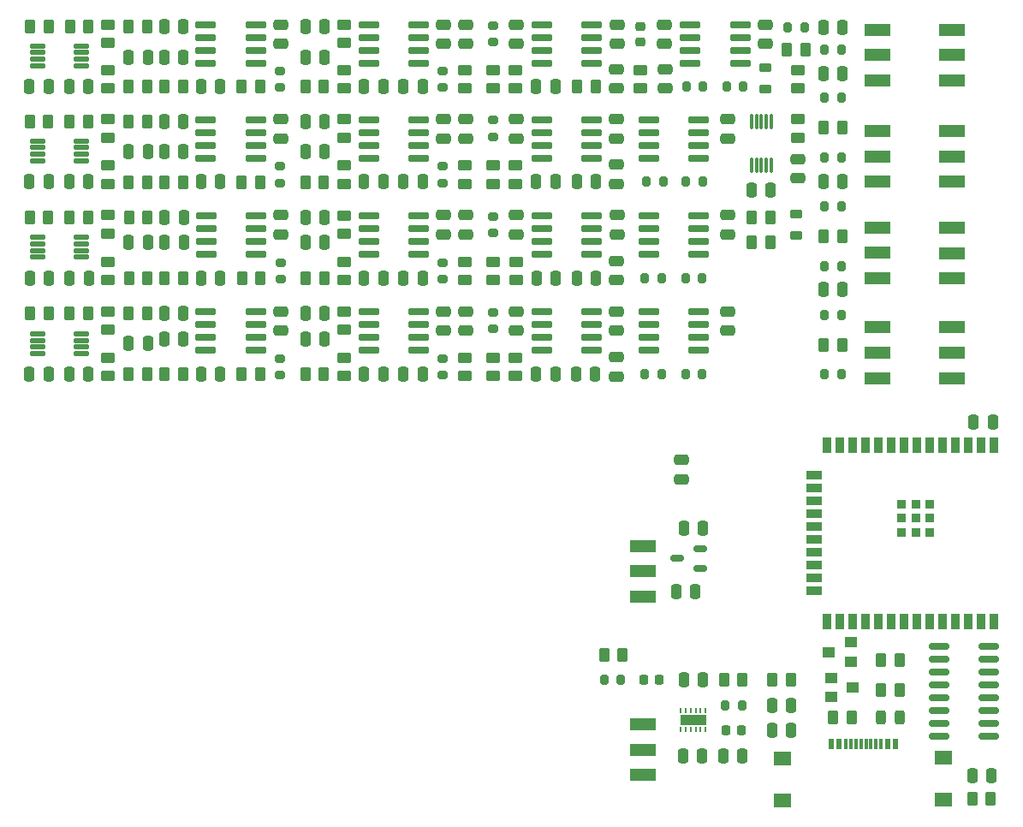
<source format=gbr>
%TF.GenerationSoftware,KiCad,Pcbnew,8.0.5*%
%TF.CreationDate,2025-03-07T14:34:27+01:00*%
%TF.ProjectId,eeg_4-channel_final,6565675f-342d-4636-9861-6e6e656c5f66,rev?*%
%TF.SameCoordinates,Original*%
%TF.FileFunction,Paste,Top*%
%TF.FilePolarity,Positive*%
%FSLAX46Y46*%
G04 Gerber Fmt 4.6, Leading zero omitted, Abs format (unit mm)*
G04 Created by KiCad (PCBNEW 8.0.5) date 2025-03-07 14:34:27*
%MOMM*%
%LPD*%
G01*
G04 APERTURE LIST*
G04 Aperture macros list*
%AMRoundRect*
0 Rectangle with rounded corners*
0 $1 Rounding radius*
0 $2 $3 $4 $5 $6 $7 $8 $9 X,Y pos of 4 corners*
0 Add a 4 corners polygon primitive as box body*
4,1,4,$2,$3,$4,$5,$6,$7,$8,$9,$2,$3,0*
0 Add four circle primitives for the rounded corners*
1,1,$1+$1,$2,$3*
1,1,$1+$1,$4,$5*
1,1,$1+$1,$6,$7*
1,1,$1+$1,$8,$9*
0 Add four rect primitives between the rounded corners*
20,1,$1+$1,$2,$3,$4,$5,0*
20,1,$1+$1,$4,$5,$6,$7,0*
20,1,$1+$1,$6,$7,$8,$9,0*
20,1,$1+$1,$8,$9,$2,$3,0*%
G04 Aperture macros list end*
%ADD10C,0.000000*%
%ADD11RoundRect,0.250000X-0.250000X-0.475000X0.250000X-0.475000X0.250000X0.475000X-0.250000X0.475000X0*%
%ADD12RoundRect,0.250000X0.250000X0.475000X-0.250000X0.475000X-0.250000X-0.475000X0.250000X-0.475000X0*%
%ADD13RoundRect,0.250000X0.450000X-0.262500X0.450000X0.262500X-0.450000X0.262500X-0.450000X-0.262500X0*%
%ADD14RoundRect,0.075000X-0.910000X-0.225000X0.910000X-0.225000X0.910000X0.225000X-0.910000X0.225000X0*%
%ADD15RoundRect,0.250000X0.475000X-0.250000X0.475000X0.250000X-0.475000X0.250000X-0.475000X-0.250000X0*%
%ADD16RoundRect,0.250000X-0.450000X0.262500X-0.450000X-0.262500X0.450000X-0.262500X0.450000X0.262500X0*%
%ADD17R,2.500000X1.200000*%
%ADD18RoundRect,0.250000X-0.262500X-0.450000X0.262500X-0.450000X0.262500X0.450000X-0.262500X0.450000X0*%
%ADD19RoundRect,0.250000X-0.475000X0.250000X-0.475000X-0.250000X0.475000X-0.250000X0.475000X0.250000X0*%
%ADD20RoundRect,0.200000X-0.200000X-0.275000X0.200000X-0.275000X0.200000X0.275000X-0.200000X0.275000X0*%
%ADD21RoundRect,0.200000X0.200000X0.275000X-0.200000X0.275000X-0.200000X-0.275000X0.200000X-0.275000X0*%
%ADD22RoundRect,0.218750X0.381250X-0.218750X0.381250X0.218750X-0.381250X0.218750X-0.381250X-0.218750X0*%
%ADD23R,0.249999X0.499999*%
%ADD24R,2.650000X1.000000*%
%ADD25RoundRect,0.250000X0.262500X0.450000X-0.262500X0.450000X-0.262500X-0.450000X0.262500X-0.450000X0*%
%ADD26RoundRect,0.200000X0.275000X-0.200000X0.275000X0.200000X-0.275000X0.200000X-0.275000X-0.200000X0*%
%ADD27R,1.800000X1.350000*%
%ADD28RoundRect,0.060000X-0.675000X-0.180000X0.675000X-0.180000X0.675000X0.180000X-0.675000X0.180000X0*%
%ADD29RoundRect,0.218750X-0.381250X0.218750X-0.381250X-0.218750X0.381250X-0.218750X0.381250X0.218750X0*%
%ADD30R,0.600000X1.140000*%
%ADD31R,0.300000X1.140000*%
%ADD32RoundRect,0.225000X0.225000X0.250000X-0.225000X0.250000X-0.225000X-0.250000X0.225000X-0.250000X0*%
%ADD33R,1.200000X1.016000*%
%ADD34RoundRect,0.243750X0.243750X0.456250X-0.243750X0.456250X-0.243750X-0.456250X0.243750X-0.456250X0*%
%ADD35R,0.900000X1.500000*%
%ADD36R,1.500000X0.900000*%
%ADD37R,0.900000X0.900000*%
%ADD38RoundRect,0.035000X-0.105000X0.700000X-0.105000X-0.700000X0.105000X-0.700000X0.105000X0.700000X0*%
%ADD39RoundRect,0.225000X0.250000X-0.225000X0.250000X0.225000X-0.250000X0.225000X-0.250000X-0.225000X0*%
%ADD40RoundRect,0.225000X-0.225000X-0.250000X0.225000X-0.250000X0.225000X0.250000X-0.225000X0.250000X0*%
%ADD41RoundRect,0.150000X-0.825000X-0.150000X0.825000X-0.150000X0.825000X0.150000X-0.825000X0.150000X0*%
%ADD42RoundRect,0.150000X0.512500X0.150000X-0.512500X0.150000X-0.512500X-0.150000X0.512500X-0.150000X0*%
G04 APERTURE END LIST*
D10*
%TO.C,U4*%
G36*
X89692986Y-89226504D02*
G01*
X89702777Y-89229474D01*
X89711802Y-89234297D01*
X89719711Y-89240789D01*
X89726201Y-89248699D01*
X89731025Y-89257721D01*
X89733996Y-89267513D01*
X89735000Y-89277696D01*
X89735000Y-90122306D01*
X89733996Y-90132489D01*
X89731025Y-90142281D01*
X89726201Y-90151303D01*
X89719711Y-90159213D01*
X89711802Y-90165705D01*
X89702777Y-90170528D01*
X89692986Y-90173498D01*
X89682803Y-90174501D01*
X88619193Y-90174501D01*
X88609010Y-90173498D01*
X88599218Y-90170528D01*
X88590194Y-90165705D01*
X88582284Y-90159213D01*
X88575795Y-90151303D01*
X88570971Y-90142281D01*
X88567999Y-90132489D01*
X88566999Y-90122306D01*
X88566999Y-89277696D01*
X88567999Y-89267513D01*
X88570971Y-89257721D01*
X88575795Y-89248699D01*
X88582284Y-89240789D01*
X88590194Y-89234297D01*
X88599218Y-89229474D01*
X88609010Y-89226504D01*
X88619193Y-89225501D01*
X89682803Y-89225501D01*
X89692986Y-89226504D01*
G37*
G36*
X91060984Y-89226504D02*
G01*
X91070776Y-89229474D01*
X91079800Y-89234297D01*
X91087710Y-89240789D01*
X91094199Y-89248699D01*
X91099023Y-89257721D01*
X91101995Y-89267513D01*
X91102995Y-89277696D01*
X91102995Y-90122306D01*
X91101995Y-90132489D01*
X91099023Y-90142281D01*
X91094199Y-90151303D01*
X91087710Y-90159213D01*
X91079800Y-90165705D01*
X91070776Y-90170528D01*
X91060984Y-90173498D01*
X91050801Y-90174501D01*
X89987191Y-90174501D01*
X89977008Y-90173498D01*
X89967217Y-90170528D01*
X89958192Y-90165705D01*
X89950283Y-90159213D01*
X89943793Y-90151303D01*
X89938969Y-90142281D01*
X89935998Y-90132489D01*
X89934994Y-90122306D01*
X89934994Y-89277696D01*
X89935998Y-89267513D01*
X89938969Y-89257721D01*
X89943793Y-89248699D01*
X89950283Y-89240789D01*
X89958192Y-89234297D01*
X89967217Y-89229474D01*
X89977008Y-89226504D01*
X89987191Y-89225501D01*
X91050801Y-89225501D01*
X91060984Y-89226504D01*
G37*
%TD*%
D11*
%TO.C,C11*%
X61185000Y-27032500D03*
X63085000Y-27032500D03*
%TD*%
D12*
%TO.C,C88*%
X99550000Y-88250000D03*
X97650000Y-88250000D03*
%TD*%
D13*
%TO.C,R98*%
X32000000Y-36712500D03*
X32000000Y-34887500D03*
%TD*%
D14*
%TO.C,U6*%
X74850000Y-20980000D03*
X74850000Y-22250000D03*
X74850000Y-23520000D03*
X74850000Y-24790000D03*
X79790000Y-24790000D03*
X79790000Y-23520000D03*
X79790000Y-22250000D03*
X79790000Y-20980000D03*
%TD*%
D15*
%TO.C,C21*%
X82320000Y-22832500D03*
X82320000Y-20932500D03*
%TD*%
D16*
%TO.C,R72*%
X55335000Y-39817500D03*
X55335000Y-41642500D03*
%TD*%
%TO.C,R14*%
X55320000Y-25420000D03*
X55320000Y-27245000D03*
%TD*%
D14*
%TO.C,U2*%
X41645000Y-20980000D03*
X41645000Y-22250000D03*
X41645000Y-23520000D03*
X41645000Y-24790000D03*
X46585000Y-24790000D03*
X46585000Y-23520000D03*
X46585000Y-22250000D03*
X46585000Y-20980000D03*
%TD*%
D11*
%TO.C,C72*%
X34017500Y-42500000D03*
X35917500Y-42500000D03*
%TD*%
D17*
%TO.C,S10*%
X115450000Y-36500000D03*
X115450000Y-34000000D03*
X115450000Y-31500000D03*
%TD*%
%TO.C,S3*%
X108050000Y-55891500D03*
X108050000Y-53391500D03*
X108050000Y-50891500D03*
%TD*%
D13*
%TO.C,R62*%
X70020000Y-55712500D03*
X70020000Y-53887500D03*
%TD*%
D18*
%TO.C,R64*%
X24235000Y-40000000D03*
X26060000Y-40000000D03*
%TD*%
D11*
%TO.C,C54*%
X37545000Y-49530000D03*
X39445000Y-49530000D03*
%TD*%
D15*
%TO.C,C39*%
X67320000Y-32200000D03*
X67320000Y-30300000D03*
%TD*%
D18*
%TO.C,R75*%
X51517500Y-46030000D03*
X53342500Y-46030000D03*
%TD*%
D19*
%TO.C,C17*%
X87085000Y-25362500D03*
X87085000Y-27262500D03*
%TD*%
D14*
%TO.C,U14*%
X85460000Y-39847500D03*
X85460000Y-41117500D03*
X85460000Y-42387500D03*
X85460000Y-43657500D03*
X90400000Y-43657500D03*
X90400000Y-42387500D03*
X90400000Y-41117500D03*
X90400000Y-39847500D03*
%TD*%
D15*
%TO.C,C83*%
X72335000Y-41700000D03*
X72335000Y-39800000D03*
%TD*%
D20*
%TO.C,R93*%
X102844430Y-49700000D03*
X104494430Y-49700000D03*
%TD*%
D15*
%TO.C,C44*%
X82285000Y-32200000D03*
X82285000Y-30300000D03*
%TD*%
D11*
%TO.C,C79*%
X51500000Y-42500000D03*
X53400000Y-42500000D03*
%TD*%
D21*
%TO.C,R92*%
X104494430Y-44850000D03*
X102844430Y-44850000D03*
%TD*%
D22*
%TO.C,L1*%
X100070000Y-41812500D03*
X100070000Y-39687500D03*
%TD*%
D12*
%TO.C,C28*%
X97500000Y-37300000D03*
X95600000Y-37300000D03*
%TD*%
D14*
%TO.C,U5*%
X57750000Y-20980000D03*
X57750000Y-22250000D03*
X57750000Y-23520000D03*
X57750000Y-24790000D03*
X62690000Y-24790000D03*
X62690000Y-23520000D03*
X62690000Y-22250000D03*
X62690000Y-20980000D03*
%TD*%
D20*
%TO.C,R53*%
X89072500Y-55500000D03*
X90722500Y-55500000D03*
%TD*%
D16*
%TO.C,R17*%
X72290000Y-25420000D03*
X72290000Y-27245000D03*
%TD*%
D15*
%TO.C,C80*%
X67335000Y-41700000D03*
X67335000Y-39800000D03*
%TD*%
D18*
%TO.C,R13*%
X51502500Y-27062500D03*
X53327500Y-27062500D03*
%TD*%
D23*
%TO.C,U4*%
X88584997Y-90649999D03*
X89084999Y-90649999D03*
X89584997Y-90649999D03*
X90084997Y-90649999D03*
X90584998Y-90649999D03*
X91084997Y-90649999D03*
X91084997Y-88750000D03*
X90584998Y-88750000D03*
X90084997Y-88750000D03*
X89584997Y-88750000D03*
X89084999Y-88750000D03*
X88584997Y-88750000D03*
D24*
X89834997Y-89699998D03*
%TD*%
D25*
%TO.C,R49*%
X35845000Y-55530000D03*
X34020000Y-55530000D03*
%TD*%
D15*
%TO.C,C47*%
X93300000Y-32200000D03*
X93300000Y-30300000D03*
%TD*%
D18*
%TO.C,R10*%
X45197500Y-27062500D03*
X47022500Y-27062500D03*
%TD*%
D17*
%TO.C,S5*%
X84850000Y-90150000D03*
X84850000Y-92650000D03*
X84850000Y-95150000D03*
%TD*%
D14*
%TO.C,U15*%
X41645000Y-49347500D03*
X41645000Y-50617500D03*
X41645000Y-51887500D03*
X41645000Y-53157500D03*
X46585000Y-53157500D03*
X46585000Y-51887500D03*
X46585000Y-50617500D03*
X46585000Y-49347500D03*
%TD*%
D26*
%TO.C,R37*%
X65090000Y-36625000D03*
X65090000Y-34975000D03*
%TD*%
D17*
%TO.C,S11*%
X115450000Y-46050000D03*
X115450000Y-43550000D03*
X115450000Y-41050000D03*
%TD*%
D19*
%TO.C,C57*%
X82285000Y-53830000D03*
X82285000Y-55730000D03*
%TD*%
D27*
%TO.C,S7*%
X98687500Y-93525000D03*
X98687500Y-97675000D03*
%TD*%
%TO.C,S8*%
X114600000Y-93425000D03*
X114600000Y-97575000D03*
%TD*%
D11*
%TO.C,C92*%
X102739430Y-21200000D03*
X104639430Y-21200000D03*
%TD*%
D16*
%TO.C,R76*%
X72305000Y-44387500D03*
X72305000Y-46212500D03*
%TD*%
D11*
%TO.C,C56*%
X78250000Y-55500000D03*
X80150000Y-55500000D03*
%TD*%
D12*
%TO.C,C85*%
X76250000Y-46000000D03*
X74350000Y-46000000D03*
%TD*%
D28*
%TO.C,U19*%
X25012500Y-41991666D03*
X25012500Y-42641666D03*
X25012500Y-43291666D03*
X25012500Y-43941666D03*
X29312500Y-43941666D03*
X29312500Y-43291666D03*
X29312500Y-42641666D03*
X29312500Y-41991666D03*
%TD*%
D29*
%TO.C,L2*%
X97000000Y-25200000D03*
X97000000Y-27325000D03*
%TD*%
D20*
%TO.C,R87*%
X102844430Y-28148500D03*
X104494430Y-28148500D03*
%TD*%
D25*
%TO.C,R8*%
X39387500Y-27062500D03*
X37562500Y-27062500D03*
%TD*%
D26*
%TO.C,R43*%
X70020000Y-32055000D03*
X70020000Y-30405000D03*
%TD*%
D12*
%TO.C,C35*%
X43060000Y-36500000D03*
X41160000Y-36500000D03*
%TD*%
D14*
%TO.C,U12*%
X85460000Y-30347500D03*
X85460000Y-31617500D03*
X85460000Y-32887500D03*
X85460000Y-34157500D03*
X90400000Y-34157500D03*
X90400000Y-32887500D03*
X90400000Y-31617500D03*
X90400000Y-30347500D03*
%TD*%
D25*
%TO.C,R9*%
X35845000Y-21132500D03*
X34020000Y-21132500D03*
%TD*%
D20*
%TO.C,R52*%
X85072500Y-55500000D03*
X86722500Y-55500000D03*
%TD*%
D30*
%TO.C,J1*%
X103487500Y-92050000D03*
X104287500Y-92050000D03*
D31*
X105437500Y-92050000D03*
X106437500Y-92050000D03*
X106937500Y-92050000D03*
X107937500Y-92050000D03*
D30*
X109887500Y-92050000D03*
X109087500Y-92050000D03*
D31*
X108437500Y-92050000D03*
X107437500Y-92050000D03*
X105937500Y-92050000D03*
X104937500Y-92050000D03*
%TD*%
D12*
%TO.C,C22*%
X26102500Y-27032500D03*
X24202500Y-27032500D03*
%TD*%
D14*
%TO.C,U21*%
X57765000Y-39847500D03*
X57765000Y-41117500D03*
X57765000Y-42387500D03*
X57765000Y-43657500D03*
X62705000Y-43657500D03*
X62705000Y-42387500D03*
X62705000Y-41117500D03*
X62705000Y-39847500D03*
%TD*%
D11*
%TO.C,C31*%
X34002500Y-33500000D03*
X35902500Y-33500000D03*
%TD*%
D12*
%TO.C,C30*%
X26102500Y-36500000D03*
X24202500Y-36500000D03*
%TD*%
D17*
%TO.C,S1*%
X108050000Y-26438500D03*
X108050000Y-23938500D03*
X108050000Y-21438500D03*
%TD*%
D25*
%TO.C,R50*%
X35845000Y-49500000D03*
X34020000Y-49500000D03*
%TD*%
D11*
%TO.C,C1*%
X88850000Y-93250000D03*
X90750000Y-93250000D03*
%TD*%
D19*
%TO.C,C49*%
X82285000Y-44330000D03*
X82285000Y-46230000D03*
%TD*%
D12*
%TO.C,C93*%
X104639430Y-25800000D03*
X102739430Y-25800000D03*
%TD*%
D13*
%TO.C,R16*%
X67290000Y-27245000D03*
X67290000Y-25420000D03*
%TD*%
D18*
%TO.C,R25*%
X95632500Y-42500000D03*
X97457500Y-42500000D03*
%TD*%
D28*
%TO.C,U13*%
X24997500Y-51525000D03*
X24997500Y-52175000D03*
X24997500Y-52825000D03*
X24997500Y-53475000D03*
X29297500Y-53475000D03*
X29297500Y-52825000D03*
X29297500Y-52175000D03*
X29297500Y-51525000D03*
%TD*%
D17*
%TO.C,S12*%
X115450000Y-55891500D03*
X115450000Y-53391500D03*
X115450000Y-50891500D03*
%TD*%
D18*
%TO.C,R60*%
X51502500Y-55530000D03*
X53327500Y-55530000D03*
%TD*%
D12*
%TO.C,C70*%
X30065000Y-46000000D03*
X28165000Y-46000000D03*
%TD*%
D15*
%TO.C,C26*%
X97020000Y-22832500D03*
X97020000Y-20932500D03*
%TD*%
D16*
%TO.C,R57*%
X55320000Y-49317500D03*
X55320000Y-51142500D03*
%TD*%
D15*
%TO.C,C96*%
X88700000Y-65900000D03*
X88700000Y-64000000D03*
%TD*%
D18*
%TO.C,R69*%
X45212500Y-46030000D03*
X47037500Y-46030000D03*
%TD*%
D15*
%TO.C,C20*%
X65120000Y-22832500D03*
X65120000Y-20932500D03*
%TD*%
D17*
%TO.C,S6*%
X84850000Y-72500000D03*
X84850000Y-75000000D03*
X84850000Y-77500000D03*
%TD*%
D16*
%TO.C,R56*%
X55320000Y-53887500D03*
X55320000Y-55712500D03*
%TD*%
D25*
%TO.C,R29*%
X29992500Y-30500000D03*
X28167500Y-30500000D03*
%TD*%
D11*
%TO.C,C48*%
X78350000Y-46000000D03*
X80250000Y-46000000D03*
%TD*%
D25*
%TO.C,R67*%
X35860000Y-40000000D03*
X34035000Y-40000000D03*
%TD*%
%TO.C,R6*%
X30027500Y-21132500D03*
X28202500Y-21132500D03*
%TD*%
D11*
%TO.C,C91*%
X117600000Y-60250000D03*
X119500000Y-60250000D03*
%TD*%
D19*
%TO.C,C16*%
X87020000Y-20932500D03*
X87020000Y-22832500D03*
%TD*%
D16*
%TO.C,R61*%
X72290000Y-53887500D03*
X72290000Y-55712500D03*
%TD*%
D11*
%TO.C,C7*%
X34002500Y-24220000D03*
X35902500Y-24220000D03*
%TD*%
D26*
%TO.C,R63*%
X70020000Y-51055000D03*
X70020000Y-49405000D03*
%TD*%
D12*
%TO.C,C18*%
X30050000Y-27032500D03*
X28150000Y-27032500D03*
%TD*%
%TO.C,C29*%
X30050000Y-36500000D03*
X28150000Y-36500000D03*
%TD*%
D11*
%TO.C,C87*%
X88150000Y-77000000D03*
X90050000Y-77000000D03*
%TD*%
D12*
%TO.C,C45*%
X76235000Y-36500000D03*
X74335000Y-36500000D03*
%TD*%
D11*
%TO.C,C38*%
X51485000Y-33500000D03*
X53385000Y-33500000D03*
%TD*%
D12*
%TO.C,C25*%
X76235000Y-27032500D03*
X74335000Y-27032500D03*
%TD*%
D20*
%TO.C,R22*%
X89160000Y-27062500D03*
X90810000Y-27062500D03*
%TD*%
D11*
%TO.C,C66*%
X57285000Y-55500000D03*
X59185000Y-55500000D03*
%TD*%
D13*
%TO.C,R41*%
X70020000Y-36712500D03*
X70020000Y-34887500D03*
%TD*%
D18*
%TO.C,R33*%
X45197500Y-36530000D03*
X47022500Y-36530000D03*
%TD*%
D25*
%TO.C,R31*%
X35845000Y-30500000D03*
X34020000Y-30500000D03*
%TD*%
D13*
%TO.C,R102*%
X32000000Y-55712500D03*
X32000000Y-53887500D03*
%TD*%
D15*
%TO.C,C13*%
X72320000Y-22832500D03*
X72320000Y-20932500D03*
%TD*%
%TO.C,C34*%
X49040000Y-32200000D03*
X49040000Y-30300000D03*
%TD*%
D20*
%TO.C,R42*%
X85235000Y-36500000D03*
X86885000Y-36500000D03*
%TD*%
D15*
%TO.C,C84*%
X82300000Y-41700000D03*
X82300000Y-39800000D03*
%TD*%
D13*
%TO.C,R77*%
X70035000Y-46212500D03*
X70035000Y-44387500D03*
%TD*%
D15*
%TO.C,C58*%
X49040000Y-51200000D03*
X49040000Y-49300000D03*
%TD*%
D19*
%TO.C,C46*%
X82285000Y-34800000D03*
X82285000Y-36700000D03*
%TD*%
D26*
%TO.C,R78*%
X70035000Y-41555000D03*
X70035000Y-39905000D03*
%TD*%
D12*
%TO.C,C69*%
X76235000Y-55500000D03*
X74335000Y-55500000D03*
%TD*%
D13*
%TO.C,R99*%
X32000000Y-32142500D03*
X32000000Y-30317500D03*
%TD*%
D11*
%TO.C,C73*%
X37560000Y-40030000D03*
X39460000Y-40030000D03*
%TD*%
D12*
%TO.C,C89*%
X99550000Y-90750000D03*
X97650000Y-90750000D03*
%TD*%
D15*
%TO.C,C40*%
X65120000Y-32200000D03*
X65120000Y-30300000D03*
%TD*%
D16*
%TO.C,R71*%
X55335000Y-44387500D03*
X55335000Y-46212500D03*
%TD*%
D26*
%TO.C,R70*%
X49025000Y-46125000D03*
X49025000Y-44475000D03*
%TD*%
D25*
%TO.C,R66*%
X35860000Y-46030000D03*
X34035000Y-46030000D03*
%TD*%
D17*
%TO.C,S9*%
X115450000Y-26438500D03*
X115450000Y-23938500D03*
X115450000Y-21438500D03*
%TD*%
D14*
%TO.C,U18*%
X74850000Y-49347500D03*
X74850000Y-50617500D03*
X74850000Y-51887500D03*
X74850000Y-53157500D03*
X79790000Y-53157500D03*
X79790000Y-51887500D03*
X79790000Y-50617500D03*
X79790000Y-49347500D03*
%TD*%
D20*
%TO.C,R48*%
X89087500Y-46000000D03*
X90737500Y-46000000D03*
%TD*%
D16*
%TO.C,R35*%
X55320000Y-34887500D03*
X55320000Y-36712500D03*
%TD*%
D12*
%TO.C,C50*%
X30050000Y-55500000D03*
X28150000Y-55500000D03*
%TD*%
%TO.C,C82*%
X59200000Y-46000000D03*
X57300000Y-46000000D03*
%TD*%
D11*
%TO.C,C62*%
X61185000Y-55500000D03*
X63085000Y-55500000D03*
%TD*%
D18*
%TO.C,R79*%
X103687500Y-89500000D03*
X105512500Y-89500000D03*
%TD*%
D26*
%TO.C,R18*%
X70020000Y-22687500D03*
X70020000Y-21037500D03*
%TD*%
D32*
%TO.C,C4*%
X86525000Y-85750000D03*
X84975000Y-85750000D03*
%TD*%
D12*
%TO.C,C41*%
X59185000Y-36500000D03*
X57285000Y-36500000D03*
%TD*%
D14*
%TO.C,U20*%
X41660000Y-39847500D03*
X41660000Y-41117500D03*
X41660000Y-42387500D03*
X41660000Y-43657500D03*
X46600000Y-43657500D03*
X46600000Y-42387500D03*
X46600000Y-41117500D03*
X46600000Y-39847500D03*
%TD*%
D12*
%TO.C,C94*%
X104639430Y-36500000D03*
X102739430Y-36500000D03*
%TD*%
D14*
%TO.C,U22*%
X74865000Y-39847500D03*
X74865000Y-41117500D03*
X74865000Y-42387500D03*
X74865000Y-43657500D03*
X79805000Y-43657500D03*
X79805000Y-42387500D03*
X79805000Y-41117500D03*
X79805000Y-39847500D03*
%TD*%
D13*
%TO.C,R100*%
X32000000Y-46212500D03*
X32000000Y-44387500D03*
%TD*%
D21*
%TO.C,R95*%
X104494430Y-55500000D03*
X102844430Y-55500000D03*
%TD*%
D33*
%TO.C,Q1*%
X105410000Y-83950000D03*
X105410000Y-82050000D03*
X103290000Y-83000000D03*
%TD*%
D25*
%TO.C,R81*%
X110262500Y-83750000D03*
X108437500Y-83750000D03*
%TD*%
D12*
%TO.C,C24*%
X59185000Y-27032500D03*
X57285000Y-27032500D03*
%TD*%
D25*
%TO.C,R46*%
X29992500Y-49500000D03*
X28167500Y-49500000D03*
%TD*%
D34*
%TO.C,D1*%
X110287500Y-89500000D03*
X108412500Y-89500000D03*
%TD*%
D25*
%TO.C,R65*%
X30007500Y-40000000D03*
X28182500Y-40000000D03*
%TD*%
D26*
%TO.C,R34*%
X49010000Y-36625000D03*
X49010000Y-34975000D03*
%TD*%
D11*
%TO.C,C9*%
X51485000Y-21162500D03*
X53385000Y-21162500D03*
%TD*%
D18*
%TO.C,R1*%
X81062500Y-83250000D03*
X82887500Y-83250000D03*
%TD*%
D25*
%TO.C,R7*%
X35845000Y-27062500D03*
X34020000Y-27062500D03*
%TD*%
D28*
%TO.C,U1*%
X24997500Y-23057500D03*
X24997500Y-23707500D03*
X24997500Y-24357500D03*
X24997500Y-25007500D03*
X29297500Y-25007500D03*
X29297500Y-24357500D03*
X29297500Y-23707500D03*
X29297500Y-23057500D03*
%TD*%
D11*
%TO.C,C78*%
X61200000Y-46000000D03*
X63100000Y-46000000D03*
%TD*%
D12*
%TO.C,C76*%
X43075000Y-46000000D03*
X41175000Y-46000000D03*
%TD*%
D35*
%TO.C,U24*%
X119600000Y-62500000D03*
X118330000Y-62500000D03*
X117060000Y-62500000D03*
X115790000Y-62500000D03*
X114520000Y-62500000D03*
X113250000Y-62500000D03*
X111980000Y-62500000D03*
X110710000Y-62500000D03*
X109440000Y-62500000D03*
X108170000Y-62500000D03*
X106900000Y-62500000D03*
X105630000Y-62500000D03*
X104360000Y-62500000D03*
X103090000Y-62500000D03*
D36*
X101840000Y-65540000D03*
X101840000Y-66810000D03*
X101840000Y-68080000D03*
X101840000Y-69350000D03*
X101840000Y-70620000D03*
X101840000Y-71890000D03*
X101840000Y-73160000D03*
X101840000Y-74430000D03*
X101840000Y-75700000D03*
X101840000Y-76970000D03*
D35*
X103090000Y-80000000D03*
X104360000Y-80000000D03*
X105630000Y-80000000D03*
X106900000Y-80000000D03*
X108170000Y-80000000D03*
X109440000Y-80000000D03*
X110710000Y-80000000D03*
X111980000Y-80000000D03*
X113250000Y-80000000D03*
X114520000Y-80000000D03*
X115790000Y-80000000D03*
X117060000Y-80000000D03*
X118330000Y-80000000D03*
X119600000Y-80000000D03*
D37*
X113280000Y-68350000D03*
X111880000Y-68350000D03*
X110480000Y-68350000D03*
X113280000Y-69750000D03*
X111880000Y-69750000D03*
X110480000Y-69750000D03*
X113280000Y-71150000D03*
X111880000Y-71150000D03*
X110480000Y-71150000D03*
%TD*%
D14*
%TO.C,U7*%
X89550000Y-20980000D03*
X89550000Y-22250000D03*
X89550000Y-23520000D03*
X89550000Y-24790000D03*
X94490000Y-24790000D03*
X94490000Y-23520000D03*
X94490000Y-22250000D03*
X94490000Y-20980000D03*
%TD*%
D25*
%TO.C,R51*%
X39387500Y-55530000D03*
X37562500Y-55530000D03*
%TD*%
D17*
%TO.C,S4*%
X108050000Y-46000000D03*
X108050000Y-43500000D03*
X108050000Y-41000000D03*
%TD*%
D14*
%TO.C,U17*%
X57750000Y-49347500D03*
X57750000Y-50617500D03*
X57750000Y-51887500D03*
X57750000Y-53157500D03*
X62690000Y-53157500D03*
X62690000Y-51887500D03*
X62690000Y-50617500D03*
X62690000Y-49347500D03*
%TD*%
D18*
%TO.C,R24*%
X95632500Y-40000000D03*
X97457500Y-40000000D03*
%TD*%
D13*
%TO.C,R97*%
X32000000Y-22775000D03*
X32000000Y-20950000D03*
%TD*%
%TO.C,R27*%
X100170000Y-32125000D03*
X100170000Y-30300000D03*
%TD*%
D38*
%TO.C,U3*%
X97600000Y-30520000D03*
X97100000Y-30520000D03*
X96600000Y-30520000D03*
X96100000Y-30520000D03*
X95600000Y-30520000D03*
X95600000Y-34820000D03*
X96100000Y-34820000D03*
X96600000Y-34820000D03*
X97100000Y-34820000D03*
X97600000Y-34820000D03*
%TD*%
D20*
%TO.C,R44*%
X89147500Y-36500000D03*
X90797500Y-36500000D03*
%TD*%
D11*
%TO.C,C61*%
X51485000Y-49530000D03*
X53385000Y-49530000D03*
%TD*%
D26*
%TO.C,R55*%
X49010000Y-55625000D03*
X49010000Y-53975000D03*
%TD*%
D20*
%TO.C,R47*%
X85087500Y-46000000D03*
X86737500Y-46000000D03*
%TD*%
D12*
%TO.C,C2*%
X90800000Y-85750000D03*
X88900000Y-85750000D03*
%TD*%
D11*
%TO.C,C63*%
X51485000Y-52000000D03*
X53385000Y-52000000D03*
%TD*%
D15*
%TO.C,C19*%
X49040000Y-22832500D03*
X49040000Y-20932500D03*
%TD*%
D11*
%TO.C,C53*%
X34002500Y-52500000D03*
X35902500Y-52500000D03*
%TD*%
D18*
%TO.C,R91*%
X102756930Y-41900000D03*
X104581930Y-41900000D03*
%TD*%
D14*
%TO.C,U11*%
X74850000Y-30347500D03*
X74850000Y-31617500D03*
X74850000Y-32887500D03*
X74850000Y-34157500D03*
X79790000Y-34157500D03*
X79790000Y-32887500D03*
X79790000Y-31617500D03*
X79790000Y-30347500D03*
%TD*%
D13*
%TO.C,R26*%
X100170000Y-27245000D03*
X100170000Y-25420000D03*
%TD*%
D11*
%TO.C,C77*%
X51500000Y-40030000D03*
X53400000Y-40030000D03*
%TD*%
%TO.C,C55*%
X37545000Y-52000000D03*
X39445000Y-52000000D03*
%TD*%
D25*
%TO.C,R68*%
X39402500Y-46030000D03*
X37577500Y-46030000D03*
%TD*%
D18*
%TO.C,R88*%
X102756930Y-31098500D03*
X104581930Y-31098500D03*
%TD*%
D11*
%TO.C,C33*%
X37545000Y-33500000D03*
X39445000Y-33500000D03*
%TD*%
D15*
%TO.C,C27*%
X100200000Y-36150000D03*
X100200000Y-34250000D03*
%TD*%
D18*
%TO.C,R19*%
X78372500Y-27062500D03*
X80197500Y-27062500D03*
%TD*%
%TO.C,R28*%
X24220000Y-30500000D03*
X26045000Y-30500000D03*
%TD*%
D25*
%TO.C,R32*%
X39387500Y-36530000D03*
X37562500Y-36530000D03*
%TD*%
D18*
%TO.C,R82*%
X97687500Y-85750000D03*
X99512500Y-85750000D03*
%TD*%
D25*
%TO.C,R80*%
X110262500Y-86750000D03*
X108437500Y-86750000D03*
%TD*%
D20*
%TO.C,R86*%
X102844430Y-23400000D03*
X104494430Y-23400000D03*
%TD*%
D25*
%TO.C,R4*%
X94712500Y-85750000D03*
X92887500Y-85750000D03*
%TD*%
D39*
%TO.C,C15*%
X84620000Y-22657500D03*
X84620000Y-21107500D03*
%TD*%
D20*
%TO.C,R84*%
X99187500Y-21200000D03*
X100837500Y-21200000D03*
%TD*%
D12*
%TO.C,C59*%
X43060000Y-55500000D03*
X41160000Y-55500000D03*
%TD*%
D13*
%TO.C,R101*%
X32000000Y-41625000D03*
X32000000Y-39800000D03*
%TD*%
D21*
%TO.C,R3*%
X94675000Y-88250000D03*
X93025000Y-88250000D03*
%TD*%
D11*
%TO.C,C90*%
X117450000Y-95250000D03*
X119350000Y-95250000D03*
%TD*%
%TO.C,C8*%
X37545000Y-24220000D03*
X39445000Y-24220000D03*
%TD*%
D15*
%TO.C,C12*%
X67320000Y-22832500D03*
X67320000Y-20932500D03*
%TD*%
D17*
%TO.C,S2*%
X108050000Y-36500000D03*
X108050000Y-34000000D03*
X108050000Y-31500000D03*
%TD*%
D11*
%TO.C,C3*%
X92800000Y-93250000D03*
X94700000Y-93250000D03*
%TD*%
D18*
%TO.C,R39*%
X51502500Y-36530000D03*
X53327500Y-36530000D03*
%TD*%
D12*
%TO.C,C51*%
X26102500Y-55500000D03*
X24202500Y-55500000D03*
%TD*%
D28*
%TO.C,U8*%
X24997500Y-32458333D03*
X24997500Y-33108333D03*
X24997500Y-33758333D03*
X24997500Y-34408333D03*
X29297500Y-34408333D03*
X29297500Y-33758333D03*
X29297500Y-33108333D03*
X29297500Y-32458333D03*
%TD*%
D13*
%TO.C,R103*%
X32000000Y-51142500D03*
X32000000Y-49317500D03*
%TD*%
D15*
%TO.C,C65*%
X65120000Y-51200000D03*
X65120000Y-49300000D03*
%TD*%
D14*
%TO.C,U9*%
X41645000Y-30347500D03*
X41645000Y-31617500D03*
X41645000Y-32887500D03*
X41645000Y-34157500D03*
X46585000Y-34157500D03*
X46585000Y-32887500D03*
X46585000Y-31617500D03*
X46585000Y-30347500D03*
%TD*%
D11*
%TO.C,C32*%
X37545000Y-30530000D03*
X39445000Y-30530000D03*
%TD*%
D21*
%TO.C,R89*%
X104494430Y-34048500D03*
X102844430Y-34048500D03*
%TD*%
D26*
%TO.C,R15*%
X65090000Y-27157500D03*
X65090000Y-25507500D03*
%TD*%
D14*
%TO.C,U16*%
X85460000Y-49347500D03*
X85460000Y-50617500D03*
X85460000Y-51887500D03*
X85460000Y-53157500D03*
X90400000Y-53157500D03*
X90400000Y-51887500D03*
X90400000Y-50617500D03*
X90400000Y-49347500D03*
%TD*%
D15*
%TO.C,C43*%
X72320000Y-32200000D03*
X72320000Y-30300000D03*
%TD*%
%TO.C,C14*%
X82285000Y-27262500D03*
X82285000Y-25362500D03*
%TD*%
D11*
%TO.C,C36*%
X51485000Y-30530000D03*
X53385000Y-30530000D03*
%TD*%
D40*
%TO.C,C5*%
X93075000Y-90750000D03*
X94625000Y-90750000D03*
%TD*%
D15*
%TO.C,C60*%
X93300000Y-51200000D03*
X93300000Y-49300000D03*
%TD*%
D33*
%TO.C,Q2*%
X103540000Y-85550000D03*
X103540000Y-87450000D03*
X105660000Y-86500000D03*
%TD*%
D15*
%TO.C,C52*%
X93300000Y-41700000D03*
X93300000Y-39800000D03*
%TD*%
D18*
%TO.C,R5*%
X24255000Y-21132500D03*
X26080000Y-21132500D03*
%TD*%
D13*
%TO.C,R23*%
X70020000Y-27245000D03*
X70020000Y-25420000D03*
%TD*%
D41*
%TO.C,U25*%
X114150000Y-82400000D03*
X114150000Y-83670000D03*
X114150000Y-84940000D03*
X114150000Y-86210000D03*
X114150000Y-87480000D03*
X114150000Y-88750000D03*
X114150000Y-90020000D03*
X114150000Y-91290000D03*
X119100000Y-91290000D03*
X119100000Y-90020000D03*
X119100000Y-88750000D03*
X119100000Y-87480000D03*
X119100000Y-86210000D03*
X119100000Y-84940000D03*
X119100000Y-83670000D03*
X119100000Y-82400000D03*
%TD*%
D20*
%TO.C,R90*%
X102844430Y-38950000D03*
X104494430Y-38950000D03*
%TD*%
D26*
%TO.C,R73*%
X65105000Y-46125000D03*
X65105000Y-44475000D03*
%TD*%
D16*
%TO.C,R36*%
X55320000Y-30317500D03*
X55320000Y-32142500D03*
%TD*%
D11*
%TO.C,C6*%
X37545000Y-21162500D03*
X39445000Y-21162500D03*
%TD*%
D15*
%TO.C,C81*%
X65135000Y-41700000D03*
X65135000Y-39800000D03*
%TD*%
D18*
%TO.C,R54*%
X45197500Y-55530000D03*
X47022500Y-55530000D03*
%TD*%
D11*
%TO.C,C42*%
X78350000Y-36500000D03*
X80250000Y-36500000D03*
%TD*%
D18*
%TO.C,R45*%
X24255000Y-49500000D03*
X26080000Y-49500000D03*
%TD*%
%TO.C,R94*%
X102756930Y-52650000D03*
X104581930Y-52650000D03*
%TD*%
D15*
%TO.C,C68*%
X82285000Y-51200000D03*
X82285000Y-49300000D03*
%TD*%
D16*
%TO.C,R40*%
X72290000Y-34887500D03*
X72290000Y-36712500D03*
%TD*%
D18*
%TO.C,R85*%
X99112500Y-23400000D03*
X100937500Y-23400000D03*
%TD*%
D11*
%TO.C,C74*%
X37560000Y-42500000D03*
X39460000Y-42500000D03*
%TD*%
D15*
%TO.C,C67*%
X72320000Y-51200000D03*
X72320000Y-49300000D03*
%TD*%
D14*
%TO.C,U10*%
X57750000Y-30347500D03*
X57750000Y-31617500D03*
X57750000Y-32887500D03*
X57750000Y-34157500D03*
X62690000Y-34157500D03*
X62690000Y-32887500D03*
X62690000Y-31617500D03*
X62690000Y-30347500D03*
%TD*%
D26*
%TO.C,R58*%
X65090000Y-55625000D03*
X65090000Y-53975000D03*
%TD*%
D21*
%TO.C,R2*%
X82712500Y-85750000D03*
X81062500Y-85750000D03*
%TD*%
D12*
%TO.C,C71*%
X26117500Y-46000000D03*
X24217500Y-46000000D03*
%TD*%
D13*
%TO.C,R96*%
X32000000Y-27245000D03*
X32000000Y-25420000D03*
%TD*%
D25*
%TO.C,R30*%
X35845000Y-36530000D03*
X34020000Y-36530000D03*
%TD*%
D15*
%TO.C,C75*%
X49055000Y-41700000D03*
X49055000Y-39800000D03*
%TD*%
D12*
%TO.C,C95*%
X104639430Y-47100000D03*
X102739430Y-47100000D03*
%TD*%
D13*
%TO.C,R38*%
X67290000Y-36712500D03*
X67290000Y-34887500D03*
%TD*%
%TO.C,R59*%
X67290000Y-55712500D03*
X67290000Y-53887500D03*
%TD*%
D42*
%TO.C,U23*%
X90575000Y-74700000D03*
X90575000Y-72800000D03*
X88300000Y-73750000D03*
%TD*%
D20*
%TO.C,R21*%
X93160000Y-27062500D03*
X94810000Y-27062500D03*
%TD*%
D12*
%TO.C,C86*%
X90800000Y-70750000D03*
X88900000Y-70750000D03*
%TD*%
D18*
%TO.C,R83*%
X117437500Y-97500000D03*
X119262500Y-97500000D03*
%TD*%
D15*
%TO.C,C64*%
X67320000Y-51200000D03*
X67320000Y-49300000D03*
%TD*%
D13*
%TO.C,R20*%
X84585000Y-27245000D03*
X84585000Y-25420000D03*
%TD*%
D11*
%TO.C,C37*%
X61185000Y-36500000D03*
X63085000Y-36500000D03*
%TD*%
D16*
%TO.C,R12*%
X55320000Y-20950000D03*
X55320000Y-22775000D03*
%TD*%
D11*
%TO.C,C10*%
X51485000Y-24197500D03*
X53385000Y-24197500D03*
%TD*%
D12*
%TO.C,C23*%
X43060000Y-27032500D03*
X41160000Y-27032500D03*
%TD*%
D26*
%TO.C,R11*%
X49010000Y-27157500D03*
X49010000Y-25507500D03*
%TD*%
D13*
%TO.C,R74*%
X67305000Y-46212500D03*
X67305000Y-44387500D03*
%TD*%
M02*

</source>
